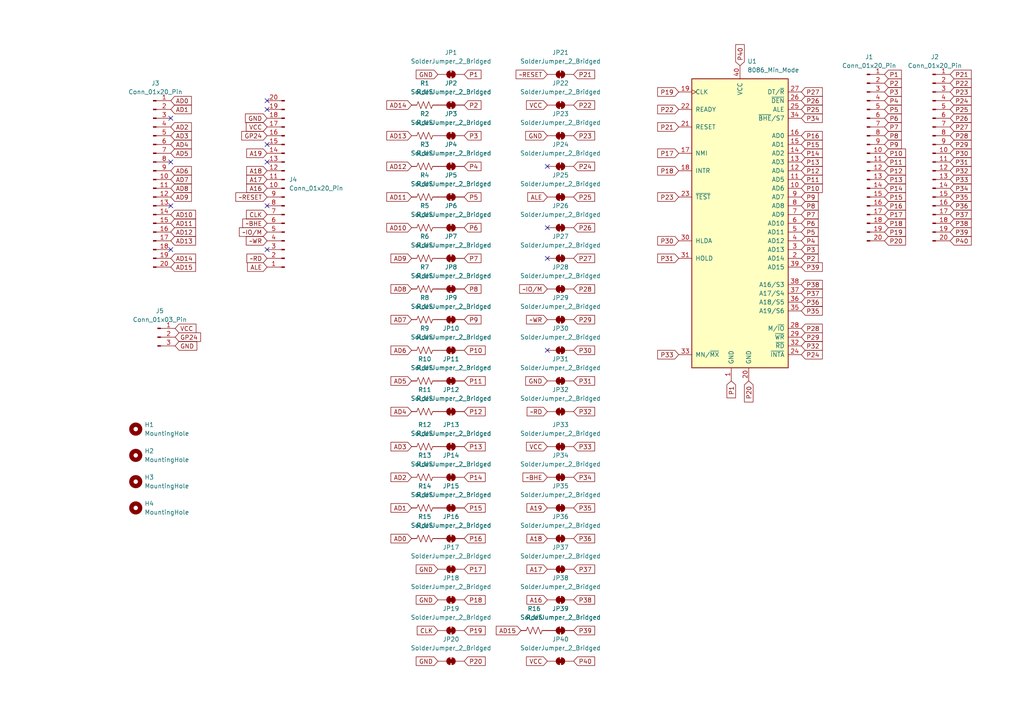
<source format=kicad_sch>
(kicad_sch (version 20250114) (generator "eeschema") (generator_version "9.0")
  (paper "A4")
  (lib_symbols
    (symbol "Connector:Conn_01x03_Pin" (pin_names (offset 1.016) (hide yes))
      (property "Reference" "J" (at 0 5.08 0))
      (property "Value" "Conn_01x03_Pin" (at 0 -5.08 0))
      (symbol "Conn_01x03_Pin_1_1"
        (pin passive line (at 5.08 2.54 180) (length 3.81) (name "Pin_1") (number "1"))
        (pin passive line (at 5.08 0 180) (length 3.81) (name "Pin_2") (number "2"))
        (pin passive line (at 5.08 -2.54 180) (length 3.81) (name "Pin_3") (number "3"))
      )
    )
    (symbol "Connector:Conn_01x20_Pin" (pin_names (offset 1.016) (hide yes))
      (property "Reference" "J" (at 0 25.4 0))
      (property "Value" "Conn_01x20_Pin" (at 0 -27.94 0))
      (symbol "Conn_01x20_Pin_1_1"
        (pin passive line (at 5.08 22.86 180) (length 3.81) (name "Pin_1") (number "1"))
        (pin passive line (at 5.08 20.32 180) (length 3.81) (name "Pin_2") (number "2"))
        (pin passive line (at 5.08 17.78 180) (length 3.81) (name "Pin_3") (number "3"))
        (pin passive line (at 5.08 15.24 180) (length 3.81) (name "Pin_4") (number "4"))
        (pin passive line (at 5.08 12.7 180) (length 3.81) (name "Pin_5") (number "5"))
        (pin passive line (at 5.08 10.16 180) (length 3.81) (name "Pin_6") (number "6"))
        (pin passive line (at 5.08 7.62 180) (length 3.81) (name "Pin_7") (number "7"))
        (pin passive line (at 5.08 5.08 180) (length 3.81) (name "Pin_8") (number "8"))
        (pin passive line (at 5.08 2.54 180) (length 3.81) (name "Pin_9") (number "9"))
        (pin passive line (at 5.08 0 180) (length 3.81) (name "Pin_10") (number "10"))
        (pin passive line (at 5.08 -2.54 180) (length 3.81) (name "Pin_11") (number "11"))
        (pin passive line (at 5.08 -5.08 180) (length 3.81) (name "Pin_12") (number "12"))
        (pin passive line (at 5.08 -7.62 180) (length 3.81) (name "Pin_13") (number "13"))
        (pin passive line (at 5.08 -10.16 180) (length 3.81) (name "Pin_14") (number "14"))
        (pin passive line (at 5.08 -12.7 180) (length 3.81) (name "Pin_15") (number "15"))
        (pin passive line (at 5.08 -15.24 180) (length 3.81) (name "Pin_16") (number "16"))
        (pin passive line (at 5.08 -17.78 180) (length 3.81) (name "Pin_17") (number "17"))
        (pin passive line (at 5.08 -20.32 180) (length 3.81) (name "Pin_18") (number "18"))
        (pin passive line (at 5.08 -22.86 180) (length 3.81) (name "Pin_19") (number "19"))
        (pin passive line (at 5.08 -25.4 180) (length 3.81) (name "Pin_20") (number "20"))
      )
    )
    (symbol "Device:R_US" (pin_numbers (hide yes)) (pin_names (offset 0))
      (property "Reference" "R" (at 2.54 0 90))
      (property "Value" "R_US" (at -2.54 0 90))
      (symbol "R_US_1_1"
        (pin passive line (at 0 3.81 270) (length 1.27) (name "~") (number "1"))
        (pin passive line (at 0 -3.81 90) (length 1.27) (name "~") (number "2"))
      )
    )
    (symbol "Jumper:SolderJumper_2_Bridged" (pin_numbers (hide yes)) (pin_names (offset 0) (hide yes)) (in_bom no)
      (property "Reference" "JP" (at 0 2.032 0))
      (property "Value" "SolderJumper_2_Bridged" (at 0 -2.54 0))
      (symbol "SolderJumper_2_Bridged_1_1"
        (pin passive line (at -3.81 0 0) (length 2.54) (name "A") (number "1"))
        (pin passive line (at 3.81 0 180) (length 2.54) (name "B") (number "2"))
      )
    )
    (symbol "MCU_Intel:8086_Min_Mode" (pin_names (offset 1.016))
      (property "Reference" "U" (at -12.7 43.18 0))
      (property "Value" "8086_Min_Mode" (at 10.16 43.18 0))
      (symbol "8086_Min_Mode_1_1"
        (pin input clock (at -17.78 38.1 0) (length 3.81) (name "CLK") (number "19"))
        (pin input line (at -17.78 33.02 0) (length 3.81) (name "READY") (number "22"))
        (pin input line (at -17.78 27.94 0) (length 3.81) (name "RESET") (number "21"))
        (pin input line (at -17.78 20.32 0) (length 3.81) (name "NMI") (number "17"))
        (pin input line (at -17.78 15.24 0) (length 3.81) (name "INTR") (number "18"))
        (pin input line (at -17.78 7.62 0) (length 3.81) (name "~{TEST}") (number "23"))
        (pin output line (at -17.78 -5.08 0) (length 3.81) (name "HLDA") (number "30"))
        (pin input line (at -17.78 -10.16 0) (length 3.81) (name "HOLD") (number "31"))
        (pin input line (at -17.78 -38.1 0) (length 3.81) (name "MN/~{MX}") (number "33"))
        (pin power_in line (at -2.54 -45.72 90) (length 3.81) (name "GND") (number "1"))
        (pin power_in line (at 0 45.72 270) (length 3.81) (name "VCC") (number "40"))
        (pin power_in line (at 2.54 -45.72 90) (length 3.81) (name "GND") (number "20"))
        (pin output line (at 17.78 38.1 180) (length 3.81) (name "DT/~{R}") (number "27"))
        (pin output line (at 17.78 35.56 180) (length 3.81) (name "~{DEN}") (number "26"))
        (pin output line (at 17.78 33.02 180) (length 3.81) (name "ALE") (number "25"))
        (pin output line (at 17.78 30.48 180) (length 3.81) (name "~{BHE}/S7") (number "34"))
        (pin bidirectional line (at 17.78 25.4 180) (length 3.81) (name "AD0") (number "16"))
        (pin bidirectional line (at 17.78 22.86 180) (length 3.81) (name "AD1") (number "15"))
        (pin bidirectional line (at 17.78 20.32 180) (length 3.81) (name "AD2") (number "14"))
        (pin bidirectional line (at 17.78 17.78 180) (length 3.81) (name "AD3") (number "13"))
        (pin bidirectional line (at 17.78 15.24 180) (length 3.81) (name "AD4") (number "12"))
        (pin bidirectional line (at 17.78 12.7 180) (length 3.81) (name "AD5") (number "11"))
        (pin bidirectional line (at 17.78 10.16 180) (length 3.81) (name "AD6") (number "10"))
        (pin bidirectional line (at 17.78 7.62 180) (length 3.81) (name "AD7") (number "9"))
        (pin bidirectional line (at 17.78 5.08 180) (length 3.81) (name "AD8") (number "8"))
        (pin bidirectional line (at 17.78 2.54 180) (length 3.81) (name "AD9") (number "7"))
        (pin bidirectional line (at 17.78 0 180) (length 3.81) (name "AD10") (number "6"))
        (pin bidirectional line (at 17.78 -2.54 180) (length 3.81) (name "AD11") (number "5"))
        (pin bidirectional line (at 17.78 -5.08 180) (length 3.81) (name "AD12") (number "4"))
        (pin bidirectional line (at 17.78 -7.62 180) (length 3.81) (name "AD13") (number "3"))
        (pin bidirectional line (at 17.78 -10.16 180) (length 3.81) (name "AD14") (number "2"))
        (pin bidirectional line (at 17.78 -12.7 180) (length 3.81) (name "AD15") (number "39"))
        (pin output line (at 17.78 -17.78 180) (length 3.81) (name "A16/S3") (number "38"))
        (pin output line (at 17.78 -20.32 180) (length 3.81) (name "A17/S4") (number "37"))
        (pin output line (at 17.78 -22.86 180) (length 3.81) (name "A18/S5") (number "36"))
        (pin output line (at 17.78 -25.4 180) (length 3.81) (name "A19/S6") (number "35"))
        (pin output line (at 17.78 -30.48 180) (length 3.81) (name "M/~{IO}") (number "28"))
        (pin output line (at 17.78 -33.02 180) (length 3.81) (name "~{WR}") (number "29"))
        (pin output line (at 17.78 -35.56 180) (length 3.81) (name "~{RD}") (number "32"))
        (pin output line (at 17.78 -38.1 180) (length 3.81) (name "~{INTA}") (number "24"))
      )
    )
    (symbol "Mechanical:MountingHole" (pin_names (offset 1.016)) (in_bom no)
      (property "Reference" "H" (at 0 5.08 0))
      (property "Value" "MountingHole" (at 0 3.175 0))
    )
  )
  (no_connect (at 77.47 29.21))
  (no_connect (at 77.47 46.99))
  (no_connect (at 77.47 59.69))
  (no_connect (at 49.53 72.39))
  (no_connect (at 49.53 46.99))
  (no_connect (at 77.47 41.91))
  (no_connect (at 158.75 48.26))
  (no_connect (at 158.75 74.93))
  (no_connect (at 77.47 31.75))
  (no_connect (at 158.75 101.6))
  (no_connect (at 49.53 34.29))
  (no_connect (at 49.53 59.69))
  (no_connect (at 158.75 66.04))
  (no_connect (at 77.47 72.39))
  (global_label "A18" (shape input) (at 158.75 156.21 180) (property "Intersheetrefs" "${INTERSHEET_REFS}" (effects (hide yes))))
  (global_label "P15" (shape input) (at 256.54 57.15 0) (property "Intersheetrefs" "${INTERSHEET_REFS}" (effects (hide yes))))
  (global_label "P13" (shape input) (at 134.62 129.54 0) (property "Intersheetrefs" "${INTERSHEET_REFS}" (effects (hide yes))))
  (global_label "P24" (shape input) (at 166.37 48.26 0) (property "Intersheetrefs" "${INTERSHEET_REFS}" (effects (hide yes))))
  (global_label "AD10" (shape input) (at 49.53 62.23 0) (property "Intersheetrefs" "${INTERSHEET_REFS}" (effects (hide yes))))
  (global_label "VCC" (shape input) (at 158.75 129.54 180) (property "Intersheetrefs" "${INTERSHEET_REFS}" (effects (hide yes))))
  (global_label "P34" (shape input) (at 275.59 54.61 0) (property "Intersheetrefs" "${INTERSHEET_REFS}" (effects (hide yes))))
  (global_label "P34" (shape input) (at 232.41 34.29 0) (property "Intersheetrefs" "${INTERSHEET_REFS}" (effects (hide yes))))
  (global_label "P28" (shape input) (at 166.37 83.82 0) (property "Intersheetrefs" "${INTERSHEET_REFS}" (effects (hide yes))))
  (global_label "P27" (shape input) (at 275.59 36.83 0) (property "Intersheetrefs" "${INTERSHEET_REFS}" (effects (hide yes))))
  (global_label "P28" (shape input) (at 232.41 95.25 0) (property "Intersheetrefs" "${INTERSHEET_REFS}" (effects (hide yes))))
  (global_label "P33" (shape input) (at 275.59 52.07 0) (property "Intersheetrefs" "${INTERSHEET_REFS}" (effects (hide yes))))
  (global_label "P19" (shape input) (at 134.62 182.88 0) (property "Intersheetrefs" "${INTERSHEET_REFS}" (effects (hide yes))))
  (global_label "A19" (shape input) (at 158.75 147.32 180) (property "Intersheetrefs" "${INTERSHEET_REFS}" (effects (hide yes))))
  (global_label "P18" (shape input) (at 256.54 64.77 0) (property "Intersheetrefs" "${INTERSHEET_REFS}" (effects (hide yes))))
  (global_label "P14" (shape input) (at 256.54 54.61 0) (property "Intersheetrefs" "${INTERSHEET_REFS}" (effects (hide yes))))
  (global_label "P27" (shape input) (at 166.37 74.93 0) (property "Intersheetrefs" "${INTERSHEET_REFS}" (effects (hide yes))))
  (global_label "P38" (shape input) (at 275.59 64.77 0) (property "Intersheetrefs" "${INTERSHEET_REFS}" (effects (hide yes))))
  (global_label "AD5" (shape input) (at 49.53 44.45 0) (property "Intersheetrefs" "${INTERSHEET_REFS}" (effects (hide yes))))
  (global_label "AD8" (shape input) (at 119.38 83.82 180) (property "Intersheetrefs" "${INTERSHEET_REFS}" (effects (hide yes))))
  (global_label "A19" (shape input) (at 77.47 44.45 180) (property "Intersheetrefs" "${INTERSHEET_REFS}" (effects (hide yes))))
  (global_label "~RD" (shape input) (at 158.75 119.38 180) (property "Intersheetrefs" "${INTERSHEET_REFS}" (effects (hide yes))))
  (global_label "P22" (shape input) (at 166.37 30.48 0) (property "Intersheetrefs" "${INTERSHEET_REFS}" (effects (hide yes))))
  (global_label "AD7" (shape input) (at 49.53 52.07 0) (property "Intersheetrefs" "${INTERSHEET_REFS}" (effects (hide yes))))
  (global_label "~RESET" (shape input) (at 77.47 57.15 180) (property "Intersheetrefs" "${INTERSHEET_REFS}" (effects (hide yes))))
  (global_label "P29" (shape input) (at 166.37 92.71 0) (property "Intersheetrefs" "${INTERSHEET_REFS}" (effects (hide yes))))
  (global_label "P40" (shape input) (at 214.63 19.05 90) (property "Intersheetrefs" "${INTERSHEET_REFS}" (effects (hide yes))))
  (global_label "P12" (shape input) (at 134.62 119.38 0) (property "Intersheetrefs" "${INTERSHEET_REFS}" (effects (hide yes))))
  (global_label "P35" (shape input) (at 275.59 57.15 0) (property "Intersheetrefs" "${INTERSHEET_REFS}" (effects (hide yes))))
  (global_label "~IO{slash}M" (shape input) (at 158.75 83.82 180) (property "Intersheetrefs" "${INTERSHEET_REFS}" (effects (hide yes))))
  (global_label "P29" (shape input) (at 232.41 97.79 0) (property "Intersheetrefs" "${INTERSHEET_REFS}" (effects (hide yes))))
  (global_label "P39" (shape input) (at 232.41 77.47 0) (property "Intersheetrefs" "${INTERSHEET_REFS}" (effects (hide yes))))
  (global_label "P2" (shape input) (at 232.41 74.93 0) (property "Intersheetrefs" "${INTERSHEET_REFS}" (effects (hide yes))))
  (global_label "AD7" (shape input) (at 119.38 92.71 180) (property "Intersheetrefs" "${INTERSHEET_REFS}" (effects (hide yes))))
  (global_label "AD13" (shape input) (at 49.53 69.85 0) (property "Intersheetrefs" "${INTERSHEET_REFS}" (effects (hide yes))))
  (global_label "P31" (shape input) (at 166.37 110.49 0) (property "Intersheetrefs" "${INTERSHEET_REFS}" (effects (hide yes))))
  (global_label "AD2" (shape input) (at 49.53 36.83 0) (property "Intersheetrefs" "${INTERSHEET_REFS}" (effects (hide yes))))
  (global_label "P9" (shape input) (at 232.41 57.15 0) (property "Intersheetrefs" "${INTERSHEET_REFS}" (effects (hide yes))))
  (global_label "CLK" (shape input) (at 77.47 62.23 180) (property "Intersheetrefs" "${INTERSHEET_REFS}" (effects (hide yes))))
  (global_label "P20" (shape input) (at 217.17 110.49 270) (property "Intersheetrefs" "${INTERSHEET_REFS}" (effects (hide yes))))
  (global_label "AD14" (shape input) (at 119.38 30.48 180) (property "Intersheetrefs" "${INTERSHEET_REFS}" (effects (hide yes))))
  (global_label "P32" (shape input) (at 166.37 119.38 0) (property "Intersheetrefs" "${INTERSHEET_REFS}" (effects (hide yes))))
  (global_label "P36" (shape input) (at 166.37 156.21 0) (property "Intersheetrefs" "${INTERSHEET_REFS}" (effects (hide yes))))
  (global_label "P38" (shape input) (at 166.37 173.99 0) (property "Intersheetrefs" "${INTERSHEET_REFS}" (effects (hide yes))))
  (global_label "P8" (shape input) (at 232.41 59.69 0) (property "Intersheetrefs" "${INTERSHEET_REFS}" (effects (hide yes))))
  (global_label "ALE" (shape input) (at 77.47 77.47 180) (property "Intersheetrefs" "${INTERSHEET_REFS}" (effects (hide yes))))
  (global_label "P39" (shape input) (at 275.59 67.31 0) (property "Intersheetrefs" "${INTERSHEET_REFS}" (effects (hide yes))))
  (global_label "P5" (shape input) (at 134.62 57.15 0) (property "Intersheetrefs" "${INTERSHEET_REFS}" (effects (hide yes))))
  (global_label "AD10" (shape input) (at 119.38 66.04 180) (property "Intersheetrefs" "${INTERSHEET_REFS}" (effects (hide yes))))
  (global_label "P11" (shape input) (at 256.54 46.99 0) (property "Intersheetrefs" "${INTERSHEET_REFS}" (effects (hide yes))))
  (global_label "AD4" (shape input) (at 119.38 119.38 180) (property "Intersheetrefs" "${INTERSHEET_REFS}" (effects (hide yes))))
  (global_label "P13" (shape input) (at 232.41 46.99 0) (property "Intersheetrefs" "${INTERSHEET_REFS}" (effects (hide yes))))
  (global_label "P38" (shape input) (at 232.41 82.55 0) (property "Intersheetrefs" "${INTERSHEET_REFS}" (effects (hide yes))))
  (global_label "AD14" (shape input) (at 49.53 74.93 0) (property "Intersheetrefs" "${INTERSHEET_REFS}" (effects (hide yes))))
  (global_label "P13" (shape input) (at 256.54 52.07 0) (property "Intersheetrefs" "${INTERSHEET_REFS}" (effects (hide yes))))
  (global_label "P22" (shape input) (at 275.59 24.13 0) (property "Intersheetrefs" "${INTERSHEET_REFS}" (effects (hide yes))))
  (global_label "GND" (shape input) (at 127 165.1 180) (property "Intersheetrefs" "${INTERSHEET_REFS}" (effects (hide yes))))
  (global_label "AD1" (shape input) (at 119.38 147.32 180) (property "Intersheetrefs" "${INTERSHEET_REFS}" (effects (hide yes))))
  (global_label "P17" (shape input) (at 134.62 165.1 0) (property "Intersheetrefs" "${INTERSHEET_REFS}" (effects (hide yes))))
  (global_label "AD11" (shape input) (at 49.53 64.77 0) (property "Intersheetrefs" "${INTERSHEET_REFS}" (effects (hide yes))))
  (global_label "A16" (shape input) (at 158.75 173.99 180) (property "Intersheetrefs" "${INTERSHEET_REFS}" (effects (hide yes))))
  (global_label "P16" (shape input) (at 134.62 156.21 0) (property "Intersheetrefs" "${INTERSHEET_REFS}" (effects (hide yes))))
  (global_label "AD11" (shape input) (at 119.38 57.15 180) (property "Intersheetrefs" "${INTERSHEET_REFS}" (effects (hide yes))))
  (global_label "~IO{slash}M" (shape input) (at 77.47 67.31 180) (property "Intersheetrefs" "${INTERSHEET_REFS}" (effects (hide yes))))
  (global_label "P20" (shape input) (at 256.54 69.85 0) (property "Intersheetrefs" "${INTERSHEET_REFS}" (effects (hide yes))))
  (global_label "P1" (shape input) (at 256.54 21.59 0) (property "Intersheetrefs" "${INTERSHEET_REFS}" (effects (hide yes))))
  (global_label "P18" (shape input) (at 134.62 173.99 0) (property "Intersheetrefs" "${INTERSHEET_REFS}" (effects (hide yes))))
  (global_label "P26" (shape input) (at 275.59 34.29 0) (property "Intersheetrefs" "${INTERSHEET_REFS}" (effects (hide yes))))
  (global_label "P33" (shape input) (at 196.85 102.87 180) (property "Intersheetrefs" "${INTERSHEET_REFS}" (effects (hide yes))))
  (global_label "P7" (shape input) (at 256.54 36.83 0) (property "Intersheetrefs" "${INTERSHEET_REFS}" (effects (hide yes))))
  (global_label "P1" (shape input) (at 134.62 21.59 0) (property "Intersheetrefs" "${INTERSHEET_REFS}" (effects (hide yes))))
  (global_label "P28" (shape input) (at 275.59 39.37 0) (property "Intersheetrefs" "${INTERSHEET_REFS}" (effects (hide yes))))
  (global_label "P21" (shape input) (at 166.37 21.59 0) (property "Intersheetrefs" "${INTERSHEET_REFS}" (effects (hide yes))))
  (global_label "~WR" (shape input) (at 158.75 92.71 180) (property "Intersheetrefs" "${INTERSHEET_REFS}" (effects (hide yes))))
  (global_label "GND" (shape input) (at 158.75 110.49 180) (property "Intersheetrefs" "${INTERSHEET_REFS}" (effects (hide yes))))
  (global_label "P37" (shape input) (at 166.37 165.1 0) (property "Intersheetrefs" "${INTERSHEET_REFS}" (effects (hide yes))))
  (global_label "P36" (shape input) (at 232.41 87.63 0) (property "Intersheetrefs" "${INTERSHEET_REFS}" (effects (hide yes))))
  (global_label "P3" (shape input) (at 134.62 39.37 0) (property "Intersheetrefs" "${INTERSHEET_REFS}" (effects (hide yes))))
  (global_label "P34" (shape input) (at 166.37 138.43 0) (property "Intersheetrefs" "${INTERSHEET_REFS}" (effects (hide yes))))
  (global_label "P11" (shape input) (at 232.41 52.07 0) (property "Intersheetrefs" "${INTERSHEET_REFS}" (effects (hide yes))))
  (global_label "AD12" (shape input) (at 119.38 48.26 180) (property "Intersheetrefs" "${INTERSHEET_REFS}" (effects (hide yes))))
  (global_label "P2" (shape input) (at 134.62 30.48 0) (property "Intersheetrefs" "${INTERSHEET_REFS}" (effects (hide yes))))
  (global_label "P23" (shape input) (at 196.85 57.15 180) (property "Intersheetrefs" "${INTERSHEET_REFS}" (effects (hide yes))))
  (global_label "P32" (shape input) (at 232.41 100.33 0) (property "Intersheetrefs" "${INTERSHEET_REFS}" (effects (hide yes))))
  (global_label "~BHE" (shape input) (at 77.47 64.77 180) (property "Intersheetrefs" "${INTERSHEET_REFS}" (effects (hide yes))))
  (global_label "AD4" (shape input) (at 49.53 41.91 0) (property "Intersheetrefs" "${INTERSHEET_REFS}" (effects (hide yes))))
  (global_label "~RD" (shape input) (at 77.47 74.93 180) (property "Intersheetrefs" "${INTERSHEET_REFS}" (effects (hide yes))))
  (global_label "P12" (shape input) (at 256.54 49.53 0) (property "Intersheetrefs" "${INTERSHEET_REFS}" (effects (hide yes))))
  (global_label "P37" (shape input) (at 275.59 62.23 0) (property "Intersheetrefs" "${INTERSHEET_REFS}" (effects (hide yes))))
  (global_label "AD1" (shape input) (at 49.53 31.75 0) (property "Intersheetrefs" "${INTERSHEET_REFS}" (effects (hide yes))))
  (global_label "P8" (shape input) (at 134.62 83.82 0) (property "Intersheetrefs" "${INTERSHEET_REFS}" (effects (hide yes))))
  (global_label "CLK" (shape input) (at 127 182.88 180) (property "Intersheetrefs" "${INTERSHEET_REFS}" (effects (hide yes))))
  (global_label "P32" (shape input) (at 275.59 49.53 0) (property "Intersheetrefs" "${INTERSHEET_REFS}" (effects (hide yes))))
  (global_label "P6" (shape input) (at 232.41 64.77 0) (property "Intersheetrefs" "${INTERSHEET_REFS}" (effects (hide yes))))
  (global_label "P31" (shape input) (at 275.59 46.99 0) (property "Intersheetrefs" "${INTERSHEET_REFS}" (effects (hide yes))))
  (global_label "P7" (shape input) (at 134.62 74.93 0) (property "Intersheetrefs" "${INTERSHEET_REFS}" (effects (hide yes))))
  (global_label "A17" (shape input) (at 158.75 165.1 180) (property "Intersheetrefs" "${INTERSHEET_REFS}" (effects (hide yes))))
  (global_label "VCC" (shape input) (at 158.75 30.48 180) (property "Intersheetrefs" "${INTERSHEET_REFS}" (effects (hide yes))))
  (global_label "P6" (shape input) (at 134.62 66.04 0) (property "Intersheetrefs" "${INTERSHEET_REFS}" (effects (hide yes))))
  (global_label "GP24" (shape input) (at 50.8 97.79 0) (property "Intersheetrefs" "${INTERSHEET_REFS}" (effects (hide yes))))
  (global_label "P37" (shape input) (at 232.41 85.09 0) (property "Intersheetrefs" "${INTERSHEET_REFS}" (effects (hide yes))))
  (global_label "P24" (shape input) (at 275.59 29.21 0) (property "Intersheetrefs" "${INTERSHEET_REFS}" (effects (hide yes))))
  (global_label "P19" (shape input) (at 196.85 26.67 180) (property "Intersheetrefs" "${INTERSHEET_REFS}" (effects (hide yes))))
  (global_label "GP24" (shape input) (at 77.47 39.37 180) (property "Intersheetrefs" "${INTERSHEET_REFS}" (effects (hide yes))))
  (global_label "AD9" (shape input) (at 119.38 74.93 180) (property "Intersheetrefs" "${INTERSHEET_REFS}" (effects (hide yes))))
  (global_label "P18" (shape input) (at 196.85 49.53 180) (property "Intersheetrefs" "${INTERSHEET_REFS}" (effects (hide yes))))
  (global_label "GND" (shape input) (at 127 21.59 180) (property "Intersheetrefs" "${INTERSHEET_REFS}" (effects (hide yes))))
  (global_label "AD0" (shape input) (at 49.53 29.21 0) (property "Intersheetrefs" "${INTERSHEET_REFS}" (effects (hide yes))))
  (global_label "P4" (shape input) (at 134.62 48.26 0) (property "Intersheetrefs" "${INTERSHEET_REFS}" (effects (hide yes))))
  (global_label "P15" (shape input) (at 232.41 41.91 0) (property "Intersheetrefs" "${INTERSHEET_REFS}" (effects (hide yes))))
  (global_label "P39" (shape input) (at 166.37 182.88 0) (property "Intersheetrefs" "${INTERSHEET_REFS}" (effects (hide yes))))
  (global_label "P25" (shape input) (at 275.59 31.75 0) (property "Intersheetrefs" "${INTERSHEET_REFS}" (effects (hide yes))))
  (global_label "AD0" (shape input) (at 119.38 156.21 180) (property "Intersheetrefs" "${INTERSHEET_REFS}" (effects (hide yes))))
  (global_label "GND" (shape input) (at 50.8 100.33 0) (property "Intersheetrefs" "${INTERSHEET_REFS}" (effects (hide yes))))
  (global_label "P23" (shape input) (at 166.37 39.37 0) (property "Intersheetrefs" "${INTERSHEET_REFS}" (effects (hide yes))))
  (global_label "AD3" (shape input) (at 49.53 39.37 0) (property "Intersheetrefs" "${INTERSHEET_REFS}" (effects (hide yes))))
  (global_label "P4" (shape input) (at 232.41 69.85 0) (property "Intersheetrefs" "${INTERSHEET_REFS}" (effects (hide yes))))
  (global_label "A17" (shape input) (at 77.47 52.07 180) (property "Intersheetrefs" "${INTERSHEET_REFS}" (effects (hide yes))))
  (global_label "P6" (shape input) (at 256.54 34.29 0) (property "Intersheetrefs" "${INTERSHEET_REFS}" (effects (hide yes))))
  (global_label "P20" (shape input) (at 134.62 191.77 0) (property "Intersheetrefs" "${INTERSHEET_REFS}" (effects (hide yes))))
  (global_label "P17" (shape input) (at 196.85 44.45 180) (property "Intersheetrefs" "${INTERSHEET_REFS}" (effects (hide yes))))
  (global_label "P24" (shape input) (at 232.41 102.87 0) (property "Intersheetrefs" "${INTERSHEET_REFS}" (effects (hide yes))))
  (global_label "AD15" (shape input) (at 49.53 77.47 0) (property "Intersheetrefs" "${INTERSHEET_REFS}" (effects (hide yes))))
  (global_label "AD3" (shape input) (at 119.38 129.54 180) (property "Intersheetrefs" "${INTERSHEET_REFS}" (effects (hide yes))))
  (global_label "P21" (shape input) (at 196.85 36.83 180) (property "Intersheetrefs" "${INTERSHEET_REFS}" (effects (hide yes))))
  (global_label "GND" (shape input) (at 158.75 39.37 180) (property "Intersheetrefs" "${INTERSHEET_REFS}" (effects (hide yes))))
  (global_label "P33" (shape input) (at 166.37 129.54 0) (property "Intersheetrefs" "${INTERSHEET_REFS}" (effects (hide yes))))
  (global_label "AD8" (shape input) (at 49.53 54.61 0) (property "Intersheetrefs" "${INTERSHEET_REFS}" (effects (hide yes))))
  (global_label "P31" (shape input) (at 196.85 74.93 180) (property "Intersheetrefs" "${INTERSHEET_REFS}" (effects (hide yes))))
  (global_label "P35" (shape input) (at 166.37 147.32 0) (property "Intersheetrefs" "${INTERSHEET_REFS}" (effects (hide yes))))
  (global_label "P11" (shape input) (at 134.62 110.49 0) (property "Intersheetrefs" "${INTERSHEET_REFS}" (effects (hide yes))))
  (global_label "VCC" (shape input) (at 50.8 95.25 0) (property "Intersheetrefs" "${INTERSHEET_REFS}" (effects (hide yes))))
  (global_label "P35" (shape input) (at 232.41 90.17 0) (property "Intersheetrefs" "${INTERSHEET_REFS}" (effects (hide yes))))
  (global_label "P3" (shape input) (at 232.41 72.39 0) (property "Intersheetrefs" "${INTERSHEET_REFS}" (effects (hide yes))))
  (global_label "AD15" (shape input) (at 151.13 182.88 180) (property "Intersheetrefs" "${INTERSHEET_REFS}" (effects (hide yes))))
  (global_label "AD5" (shape input) (at 119.38 110.49 180) (property "Intersheetrefs" "${INTERSHEET_REFS}" (effects (hide yes))))
  (global_label "P40" (shape input) (at 166.37 191.77 0) (property "Intersheetrefs" "${INTERSHEET_REFS}" (effects (hide yes))))
  (global_label "P9" (shape input) (at 256.54 41.91 0) (property "Intersheetrefs" "${INTERSHEET_REFS}" (effects (hide yes))))
  (global_label "P29" (shape input) (at 275.59 41.91 0) (property "Intersheetrefs" "${INTERSHEET_REFS}" (effects (hide yes))))
  (global_label "~WR" (shape input) (at 77.47 69.85 180) (property "Intersheetrefs" "${INTERSHEET_REFS}" (effects (hide yes))))
  (global_label "P16" (shape input) (at 256.54 59.69 0) (property "Intersheetrefs" "${INTERSHEET_REFS}" (effects (hide yes))))
  (global_label "GND" (shape input) (at 77.47 34.29 180) (property "Intersheetrefs" "${INTERSHEET_REFS}" (effects (hide yes))))
  (global_label "P9" (shape input) (at 134.62 92.71 0) (property "Intersheetrefs" "${INTERSHEET_REFS}" (effects (hide yes))))
  (global_label "P10" (shape input) (at 232.41 54.61 0) (property "Intersheetrefs" "${INTERSHEET_REFS}" (effects (hide yes))))
  (global_label "P30" (shape input) (at 275.59 44.45 0) (property "Intersheetrefs" "${INTERSHEET_REFS}" (effects (hide yes))))
  (global_label "GND" (shape input) (at 127 173.99 180) (property "Intersheetrefs" "${INTERSHEET_REFS}" (effects (hide yes))))
  (global_label "P27" (shape input) (at 232.41 26.67 0) (property "Intersheetrefs" "${INTERSHEET_REFS}" (effects (hide yes))))
  (global_label "A16" (shape input) (at 77.47 54.61 180) (property "Intersheetrefs" "${INTERSHEET_REFS}" (effects (hide yes))))
  (global_label "P21" (shape input) (at 275.59 21.59 0) (property "Intersheetrefs" "${INTERSHEET_REFS}" (effects (hide yes))))
  (global_label "P25" (shape input) (at 232.41 31.75 0) (property "Intersheetrefs" "${INTERSHEET_REFS}" (effects (hide yes))))
  (global_label "P26" (shape input) (at 166.37 66.04 0) (property "Intersheetrefs" "${INTERSHEET_REFS}" (effects (hide yes))))
  (global_label "P10" (shape input) (at 134.62 101.6 0) (property "Intersheetrefs" "${INTERSHEET_REFS}" (effects (hide yes))))
  (global_label "P4" (shape input) (at 256.54 29.21 0) (property "Intersheetrefs" "${INTERSHEET_REFS}" (effects (hide yes))))
  (global_label "AD9" (shape input) (at 49.53 57.15 0) (property "Intersheetrefs" "${INTERSHEET_REFS}" (effects (hide yes))))
  (global_label "P30" (shape input) (at 196.85 69.85 180) (property "Intersheetrefs" "${INTERSHEET_REFS}" (effects (hide yes))))
  (global_label "P5" (shape input) (at 256.54 31.75 0) (property "Intersheetrefs" "${INTERSHEET_REFS}" (effects (hide yes))))
  (global_label "P19" (shape input) (at 256.54 67.31 0) (property "Intersheetrefs" "${INTERSHEET_REFS}" (effects (hide yes))))
  (global_label "P30" (shape input) (at 166.37 101.6 0) (property "Intersheetrefs" "${INTERSHEET_REFS}" (effects (hide yes))))
  (global_label "P15" (shape input) (at 134.62 147.32 0) (property "Intersheetrefs" "${INTERSHEET_REFS}" (effects (hide yes))))
  (global_label "AD2" (shape input) (at 119.38 138.43 180) (property "Intersheetrefs" "${INTERSHEET_REFS}" (effects (hide yes))))
  (global_label "P40" (shape input) (at 275.59 69.85 0) (property "Intersheetrefs" "${INTERSHEET_REFS}" (effects (hide yes))))
  (global_label "P1" (shape input) (at 212.09 110.49 270) (property "Intersheetrefs" "${INTERSHEET_REFS}" (effects (hide yes))))
  (global_label "P25" (shape input) (at 166.37 57.15 0) (property "Intersheetrefs" "${INTERSHEET_REFS}" (effects (hide yes))))
  (global_label "P8" (shape input) (at 256.54 39.37 0) (property "Intersheetrefs" "${INTERSHEET_REFS}" (effects (hide yes))))
  (global_label "P22" (shape input) (at 196.85 31.75 180) (property "Intersheetrefs" "${INTERSHEET_REFS}" (effects (hide yes))))
  (global_label "P14" (shape input) (at 232.41 44.45 0) (property "Intersheetrefs" "${INTERSHEET_REFS}" (effects (hide yes))))
  (global_label "P23" (shape input) (at 275.59 26.67 0) (property "Intersheetrefs" "${INTERSHEET_REFS}" (effects (hide yes))))
  (global_label "P12" (shape input) (at 232.41 49.53 0) (property "Intersheetrefs" "${INTERSHEET_REFS}" (effects (hide yes))))
  (global_label "VCC" (shape input) (at 77.47 36.83 180) (property "Intersheetrefs" "${INTERSHEET_REFS}" (effects (hide yes))))
  (global_label "GND" (shape input) (at 127 191.77 180) (property "Intersheetrefs" "${INTERSHEET_REFS}" (effects (hide yes))))
  (global_label "VCC" (shape input) (at 158.75 191.77 180) (property "Intersheetrefs" "${INTERSHEET_REFS}" (effects (hide yes))))
  (global_label "AD13" (shape input) (at 119.38 39.37 180) (property "Intersheetrefs" "${INTERSHEET_REFS}" (effects (hide yes))))
  (global_label "AD6" (shape input) (at 119.38 101.6 180) (property "Intersheetrefs" "${INTERSHEET_REFS}" (effects (hide yes))))
  (global_label "P2" (shape input) (at 256.54 24.13 0) (property "Intersheetrefs" "${INTERSHEET_REFS}" (effects (hide yes))))
  (global_label "AD12" (shape input) (at 49.53 67.31 0) (property "Intersheetrefs" "${INTERSHEET_REFS}" (effects (hide yes))))
  (global_label "P36" (shape input) (at 275.59 59.69 0) (property "Intersheetrefs" "${INTERSHEET_REFS}" (effects (hide yes))))
  (global_label "P14" (shape input) (at 134.62 138.43 0) (property "Intersheetrefs" "${INTERSHEET_REFS}" (effects (hide yes))))
  (global_label "~BHE" (shape input) (at 158.75 138.43 180) (property "Intersheetrefs" "${INTERSHEET_REFS}" (effects (hide yes))))
  (global_label "P16" (shape input) (at 232.41 39.37 0) (property "Intersheetrefs" "${INTERSHEET_REFS}" (effects (hide yes))))
  (global_label "P7" (shape input) (at 232.41 62.23 0) (property "Intersheetrefs" "${INTERSHEET_REFS}" (effects (hide yes))))
  (global_label "AD6" (shape input) (at 49.53 49.53 0) (property "Intersheetrefs" "${INTERSHEET_REFS}" (effects (hide yes))))
  (global_label "P5" (shape input) (at 232.41 67.31 0) (property "Intersheetrefs" "${INTERSHEET_REFS}" (effects (hide yes))))
  (global_label "ALE" (shape input) (at 158.75 57.15 180) (property "Intersheetrefs" "${INTERSHEET_REFS}" (effects (hide yes))))
  (global_label "P10" (shape input) (at 256.54 44.45 0) (property "Intersheetrefs" "${INTERSHEET_REFS}" (effects (hide yes))))
  (global_label "~RESET" (shape input) (at 158.75 21.59 180) (property "Intersheetrefs" "${INTERSHEET_REFS}" (effects (hide yes))))
  (global_label "P3" (shape input) (at 256.54 26.67 0) (property "Intersheetrefs" "${INTERSHEET_REFS}" (effects (hide yes))))
  (global_label "P26" (shape input) (at 232.41 29.21 0) (property "Intersheetrefs" "${INTERSHEET_REFS}" (effects (hide yes))))
  (global_label "P17" (shape input) (at 256.54 62.23 0) (property "Intersheetrefs" "${INTERSHEET_REFS}" (effects (hide yes))))
  (global_label "A18" (shape input) (at 77.47 49.53 180) (property "Intersheetrefs" "${INTERSHEET_REFS}" (effects (hide yes))))
  (symbol (lib_id "Jumper:SolderJumper_2_Bridged") (at 162.56 119.38 0) (unit 1) (in_bom no)
    (property "Reference" "JP32" (at 162.56 113.03 0))
    (property "Value" "SolderJumper_2_Bridged" (at 162.56 115.57 0))
    (property "Footprint" "Jumper:SolderJumper-2_P1.3mm_Bridged_Pad1.0x1.5mm" (effects (hide yes)))
    (property "Description" "Solder Jumper, 2-pole, closed/bridged" (effects (hide yes)))
  )
  (symbol (lib_id "Jumper:SolderJumper_2_Bridged") (at 130.81 191.77 0) (unit 1) (in_bom no)
    (property "Reference" "JP20" (at 130.81 185.42 0))
    (property "Value" "SolderJumper_2_Bridged" (at 130.81 187.96 0))
    (property "Footprint" "Jumper:SolderJumper-2_P1.3mm_Bridged_Pad1.0x1.5mm" (effects (hide yes)))
    (property "Description" "Solder Jumper, 2-pole, closed/bridged" (effects (hide yes)))
  )
  (symbol (lib_id "Jumper:SolderJumper_2_Bridged") (at 162.56 129.54 0) (unit 1) (in_bom no)
    (property "Reference" "JP33" (at 162.56 123.19 0))
    (property "Value" "SolderJumper_2_Bridged" (at 162.56 125.73 0))
    (property "Footprint" "Jumper:SolderJumper-2_P1.3mm_Bridged_Pad1.0x1.5mm" (effects (hide yes)))
    (property "Description" "Solder Jumper, 2-pole, closed/bridged" (effects (hide yes)))
  )
  (symbol (lib_id "Connector:Conn_01x20_Pin") (at 251.46 44.45 0) (unit 1)
    (property "Reference" "J1" (at 252.095 16.51 0))
    (property "Value" "Conn_01x20_Pin" (at 252.095 19.05 0))
    (property "Footprint" "Connector_PinHeader_2.54mm:PinHeader_1x20_P2.54mm_Vertical" (effects (hide yes)))
    (property "Description" "Generic connector, single row, 01x20, script generated" (effects (hide yes)))
  )
  (symbol (lib_id "Jumper:SolderJumper_2_Bridged") (at 130.81 39.37 0) (unit 1) (in_bom no)
    (property "Reference" "JP3" (at 130.81 33.02 0))
    (property "Value" "SolderJumper_2_Bridged" (at 130.81 35.56 0))
    (property "Footprint" "Jumper:SolderJumper-2_P1.3mm_Bridged_Pad1.0x1.5mm" (effects (hide yes)))
    (property "Description" "Solder Jumper, 2-pole, closed/bridged" (effects (hide yes)))
  )
  (symbol (lib_id "Jumper:SolderJumper_2_Bridged") (at 130.81 101.6 0) (unit 1) (in_bom no)
    (property "Reference" "JP10" (at 130.81 95.25 0))
    (property "Value" "SolderJumper_2_Bridged" (at 130.81 97.79 0))
    (property "Footprint" "Jumper:SolderJumper-2_P1.3mm_Bridged_Pad1.0x1.5mm" (effects (hide yes)))
    (property "Description" "Solder Jumper, 2-pole, closed/bridged" (effects (hide yes)))
  )
  (symbol (lib_id "Jumper:SolderJumper_2_Bridged") (at 162.56 39.37 0) (unit 1) (in_bom no)
    (property "Reference" "JP23" (at 162.56 33.02 0))
    (property "Value" "SolderJumper_2_Bridged" (at 162.56 35.56 0))
    (property "Footprint" "Jumper:SolderJumper-2_P1.3mm_Bridged_Pad1.0x1.5mm" (effects (hide yes)))
    (property "Description" "Solder Jumper, 2-pole, closed/bridged" (effects (hide yes)))
  )
  (symbol (lib_id "Device:R_US") (at 123.19 66.04 90) (unit 1)
    (property "Reference" "R5" (at 123.19 59.69 90))
    (property "Value" "R_US" (at 123.19 62.23 90))
    (property "Footprint" "Resistor_THT:R_Axial_DIN0207_L6.3mm_D2.5mm_P10.16mm_Horizontal" (effects (hide yes)))
    (property "Description" "Resistor, US symbol" (effects (hide yes)))
  )
  (symbol (lib_id "Device:R_US") (at 123.19 74.93 90) (unit 1)
    (property "Reference" "R6" (at 123.19 68.58 90))
    (property "Value" "R_US" (at 123.19 71.12 90))
    (property "Footprint" "Resistor_THT:R_Axial_DIN0207_L6.3mm_D2.5mm_P10.16mm_Horizontal" (effects (hide yes)))
    (property "Description" "Resistor, US symbol" (effects (hide yes)))
  )
  (symbol (lib_id "Jumper:SolderJumper_2_Bridged") (at 162.56 48.26 0) (unit 1) (in_bom no)
    (property "Reference" "JP24" (at 162.56 41.91 0))
    (property "Value" "SolderJumper_2_Bridged" (at 162.56 44.45 0))
    (property "Footprint" "Jumper:SolderJumper-2_P1.3mm_Bridged_Pad1.0x1.5mm" (effects (hide yes)))
    (property "Description" "Solder Jumper, 2-pole, closed/bridged" (effects (hide yes)))
  )
  (symbol (lib_id "Connector:Conn_01x03_Pin") (at 45.72 97.79 0) (unit 1)
    (property "Reference" "J5" (at 46.355 90.17 0))
    (property "Value" "Conn_01x03_Pin" (at 46.355 92.71 0))
    (property "Footprint" "Connector_PinHeader_2.54mm:PinHeader_1x03_P2.54mm_Vertical" (effects (hide yes)))
    (property "Description" "Generic connector, single row, 01x03, script generated" (effects (hide yes)))
  )
  (symbol (lib_id "Jumper:SolderJumper_2_Bridged") (at 162.56 182.88 0) (unit 1) (in_bom no)
    (property "Reference" "JP39" (at 162.56 176.53 0))
    (property "Value" "SolderJumper_2_Bridged" (at 162.56 179.07 0))
    (property "Footprint" "Jumper:SolderJumper-2_P1.3mm_Bridged_Pad1.0x1.5mm" (effects (hide yes)))
    (property "Description" "Solder Jumper, 2-pole, closed/bridged" (effects (hide yes)))
  )
  (symbol (lib_id "Device:R_US") (at 123.19 39.37 90) (unit 1)
    (property "Reference" "R2" (at 123.19 33.02 90))
    (property "Value" "R_US" (at 123.19 35.56 90))
    (property "Footprint" "Resistor_THT:R_Axial_DIN0207_L6.3mm_D2.5mm_P10.16mm_Horizontal" (effects (hide yes)))
    (property "Description" "Resistor, US symbol" (effects (hide yes)))
  )
  (symbol (lib_id "Device:R_US") (at 154.94 182.88 90) (unit 1)
    (property "Reference" "R16" (at 154.94 176.53 90))
    (property "Value" "R_US" (at 154.94 179.07 90))
    (property "Footprint" "Resistor_THT:R_Axial_DIN0207_L6.3mm_D2.5mm_P10.16mm_Horizontal" (effects (hide yes)))
    (property "Description" "Resistor, US symbol" (effects (hide yes)))
  )
  (symbol (lib_id "Jumper:SolderJumper_2_Bridged") (at 162.56 165.1 0) (unit 1) (in_bom no)
    (property "Reference" "JP37" (at 162.56 158.75 0))
    (property "Value" "SolderJumper_2_Bridged" (at 162.56 161.29 0))
    (property "Footprint" "Jumper:SolderJumper-2_P1.3mm_Bridged_Pad1.0x1.5mm" (effects (hide yes)))
    (property "Description" "Solder Jumper, 2-pole, closed/bridged" (effects (hide yes)))
  )
  (symbol (lib_id "Device:R_US") (at 123.19 147.32 90) (unit 1)
    (property "Reference" "R14" (at 123.19 140.97 90))
    (property "Value" "R_US" (at 123.19 143.51 90))
    (property "Footprint" "Resistor_THT:R_Axial_DIN0207_L6.3mm_D2.5mm_P10.16mm_Horizontal" (effects (hide yes)))
    (property "Description" "Resistor, US symbol" (effects (hide yes)))
  )
  (symbol (lib_id "Device:R_US") (at 123.19 101.6 90) (unit 1)
    (property "Reference" "R9" (at 123.19 95.25 90))
    (property "Value" "R_US" (at 123.19 97.79 90))
    (property "Footprint" "Resistor_THT:R_Axial_DIN0207_L6.3mm_D2.5mm_P10.16mm_Horizontal" (effects (hide yes)))
    (property "Description" "Resistor, US symbol" (effects (hide yes)))
  )
  (symbol (lib_id "Jumper:SolderJumper_2_Bridged") (at 130.81 92.71 0) (unit 1) (in_bom no)
    (property "Reference" "JP9" (at 130.81 86.36 0))
    (property "Value" "SolderJumper_2_Bridged" (at 130.81 88.9 0))
    (property "Footprint" "Jumper:SolderJumper-2_P1.3mm_Bridged_Pad1.0x1.5mm" (effects (hide yes)))
    (property "Description" "Solder Jumper, 2-pole, closed/bridged" (effects (hide yes)))
  )
  (symbol (lib_id "Jumper:SolderJumper_2_Bridged") (at 130.81 156.21 0) (unit 1) (in_bom no)
    (property "Reference" "JP16" (at 130.81 149.86 0))
    (property "Value" "SolderJumper_2_Bridged" (at 130.81 152.4 0))
    (property "Footprint" "Jumper:SolderJumper-2_P1.3mm_Bridged_Pad1.0x1.5mm" (effects (hide yes)))
    (property "Description" "Solder Jumper, 2-pole, closed/bridged" (effects (hide yes)))
  )
  (symbol (lib_id "Jumper:SolderJumper_2_Bridged") (at 162.56 138.43 0) (unit 1) (in_bom no)
    (property "Reference" "JP34" (at 162.56 132.08 0))
    (property "Value" "SolderJumper_2_Bridged" (at 162.56 134.62 0))
    (property "Footprint" "Jumper:SolderJumper-2_P1.3mm_Bridged_Pad1.0x1.5mm" (effects (hide yes)))
    (property "Description" "Solder Jumper, 2-pole, closed/bridged" (effects (hide yes)))
  )
  (symbol (lib_id "Device:R_US") (at 123.19 138.43 90) (unit 1)
    (property "Reference" "R13" (at 123.19 132.08 90))
    (property "Value" "R_US" (at 123.19 134.62 90))
    (property "Footprint" "Resistor_THT:R_Axial_DIN0207_L6.3mm_D2.5mm_P10.16mm_Horizontal" (effects (hide yes)))
    (property "Description" "Resistor, US symbol" (effects (hide yes)))
  )
  (symbol (lib_id "Jumper:SolderJumper_2_Bridged") (at 162.56 110.49 0) (unit 1) (in_bom no)
    (property "Reference" "JP31" (at 162.56 104.14 0))
    (property "Value" "SolderJumper_2_Bridged" (at 162.56 106.68 0))
    (property "Footprint" "Jumper:SolderJumper-2_P1.3mm_Bridged_Pad1.0x1.5mm" (effects (hide yes)))
    (property "Description" "Solder Jumper, 2-pole, closed/bridged" (effects (hide yes)))
  )
  (symbol (lib_id "Jumper:SolderJumper_2_Bridged") (at 162.56 30.48 0) (unit 1) (in_bom no)
    (property "Reference" "JP22" (at 162.56 24.13 0))
    (property "Value" "SolderJumper_2_Bridged" (at 162.56 26.67 0))
    (property "Footprint" "Jumper:SolderJumper-2_P1.3mm_Bridged_Pad1.0x1.5mm" (effects (hide yes)))
    (property "Description" "Solder Jumper, 2-pole, closed/bridged" (effects (hide yes)))
  )
  (symbol (lib_id "Jumper:SolderJumper_2_Bridged") (at 130.81 147.32 0) (unit 1) (in_bom no)
    (property "Reference" "JP15" (at 130.81 140.97 0))
    (property "Value" "SolderJumper_2_Bridged" (at 130.81 143.51 0))
    (property "Footprint" "Jumper:SolderJumper-2_P1.3mm_Bridged_Pad1.0x1.5mm" (effects (hide yes)))
    (property "Description" "Solder Jumper, 2-pole, closed/bridged" (effects (hide yes)))
  )
  (symbol (lib_id "MCU_Intel:8086_Min_Mode") (at 214.63 64.77 0) (unit 1)
    (property "Reference" "U1" (at 216.7733 17.78 0) (effects (justify left)))
    (property "Value" "8086_Min_Mode" (at 216.7733 20.32 0) (effects (justify left)))
    (property "Footprint" "Package_DIP:DIP-40_W15.24mm" (effects (hide yes)))
    (property "Datasheet" "http://datasheets.chipdb.org/Intel/x86/808x/datashts/8086/231455-006.pdf" (effects (hide yes)))
    (property "Description" "8086 (minimum mode), 16-Bit HMOS Microprocessor, PDIP-40" (effects (hide yes)))
  )
  (symbol (lib_id "Connector:Conn_01x20_Pin") (at 270.51 44.45 0) (unit 1)
    (property "Reference" "J2" (at 271.145 16.51 0))
    (property "Value" "Conn_01x20_Pin" (at 271.145 19.05 0))
    (property "Footprint" "Connector_PinHeader_2.54mm:PinHeader_1x20_P2.54mm_Vertical" (effects (hide yes)))
    (property "Description" "Generic connector, single row, 01x20, script generated" (effects (hide yes)))
  )
  (symbol (lib_id "Jumper:SolderJumper_2_Bridged") (at 162.56 74.93 0) (unit 1) (in_bom no)
    (property "Reference" "JP27" (at 162.56 68.58 0))
    (property "Value" "SolderJumper_2_Bridged" (at 162.56 71.12 0))
    (property "Footprint" "Jumper:SolderJumper-2_P1.3mm_Bridged_Pad1.0x1.5mm" (effects (hide yes)))
    (property "Description" "Solder Jumper, 2-pole, closed/bridged" (effects (hide yes)))
  )
  (symbol (lib_id "Device:R_US") (at 123.19 83.82 90) (unit 1)
    (property "Reference" "R7" (at 123.19 77.47 90))
    (property "Value" "R_US" (at 123.19 80.01 90))
    (property "Footprint" "Resistor_THT:R_Axial_DIN0207_L6.3mm_D2.5mm_P10.16mm_Horizontal" (effects (hide yes)))
    (property "Description" "Resistor, US symbol" (effects (hide yes)))
  )
  (symbol (lib_id "Mechanical:MountingHole") (at 39.37 147.32 0) (unit 1) (in_bom no)
    (property "Reference" "H4" (at 41.91 146.0499 0) (effects (justify left)))
    (property "Value" "MountingHole" (at 41.91 148.5899 0) (effects (justify left)))
    (property "Footprint" "MountingHole:MountingHole_3.2mm_M3" (effects (hide yes)))
    (property "Description" "Mounting Hole without connection" (effects (hide yes)))
  )
  (symbol (lib_id "Jumper:SolderJumper_2_Bridged") (at 130.81 57.15 0) (unit 1) (in_bom no)
    (property "Reference" "JP5" (at 130.81 50.8 0))
    (property "Value" "SolderJumper_2_Bridged" (at 130.81 53.34 0))
    (property "Footprint" "Jumper:SolderJumper-2_P1.3mm_Bridged_Pad1.0x1.5mm" (effects (hide yes)))
    (property "Description" "Solder Jumper, 2-pole, closed/bridged" (effects (hide yes)))
  )
  (symbol (lib_id "Jumper:SolderJumper_2_Bridged") (at 162.56 66.04 0) (unit 1) (in_bom no)
    (property "Reference" "JP26" (at 162.56 59.69 0))
    (property "Value" "SolderJumper_2_Bridged" (at 162.56 62.23 0))
    (property "Footprint" "Jumper:SolderJumper-2_P1.3mm_Bridged_Pad1.0x1.5mm" (effects (hide yes)))
    (property "Description" "Solder Jumper, 2-pole, closed/bridged" (effects (hide yes)))
  )
  (symbol (lib_id "Jumper:SolderJumper_2_Bridged") (at 130.81 30.48 0) (unit 1) (in_bom no)
    (property "Reference" "JP2" (at 130.81 24.13 0))
    (property "Value" "SolderJumper_2_Bridged" (at 130.81 26.67 0))
    (property "Footprint" "Jumper:SolderJumper-2_P1.3mm_Bridged_Pad1.0x1.5mm" (effects (hide yes)))
    (property "Description" "Solder Jumper, 2-pole, closed/bridged" (effects (hide yes)))
  )
  (symbol (lib_id "Jumper:SolderJumper_2_Bridged") (at 162.56 147.32 0) (unit 1) (in_bom no)
    (property "Reference" "JP35" (at 162.56 140.97 0))
    (property "Value" "SolderJumper_2_Bridged" (at 162.56 143.51 0))
    (property "Footprint" "Jumper:SolderJumper-2_P1.3mm_Bridged_Pad1.0x1.5mm" (effects (hide yes)))
    (property "Description" "Solder Jumper, 2-pole, closed/bridged" (effects (hide yes)))
  )
  (symbol (lib_id "Mechanical:MountingHole") (at 39.37 124.46 0) (unit 1) (in_bom no)
    (property "Reference" "H1" (at 41.91 123.1899 0) (effects (justify left)))
    (property "Value" "MountingHole" (at 41.91 125.7299 0) (effects (justify left)))
    (property "Footprint" "MountingHole:MountingHole_3.2mm_M3" (effects (hide yes)))
    (property "Description" "Mounting Hole without connection" (effects (hide yes)))
  )
  (symbol (lib_id "Device:R_US") (at 123.19 110.49 90) (unit 1)
    (property "Reference" "R10" (at 123.19 104.14 90))
    (property "Value" "R_US" (at 123.19 106.68 90))
    (property "Footprint" "Resistor_THT:R_Axial_DIN0207_L6.3mm_D2.5mm_P10.16mm_Horizontal" (effects (hide yes)))
    (property "Description" "Resistor, US symbol" (effects (hide yes)))
  )
  (symbol (lib_id "Jumper:SolderJumper_2_Bridged") (at 162.56 21.59 0) (unit 1) (in_bom no)
    (property "Reference" "JP21" (at 162.56 15.24 0))
    (property "Value" "SolderJumper_2_Bridged" (at 162.56 17.78 0))
    (property "Footprint" "Jumper:SolderJumper-2_P1.3mm_Bridged_Pad1.0x1.5mm" (effects (hide yes)))
    (property "Description" "Solder Jumper, 2-pole, closed/bridged" (effects (hide yes)))
  )
  (symbol (lib_id "Jumper:SolderJumper_2_Bridged") (at 162.56 83.82 0) (unit 1) (in_bom no)
    (property "Reference" "JP28" (at 162.56 77.47 0))
    (property "Value" "SolderJumper_2_Bridged" (at 162.56 80.01 0))
    (property "Footprint" "Jumper:SolderJumper-2_P1.3mm_Bridged_Pad1.0x1.5mm" (effects (hide yes)))
    (property "Description" "Solder Jumper, 2-pole, closed/bridged" (effects (hide yes)))
  )
  (symbol (lib_id "Jumper:SolderJumper_2_Bridged") (at 130.81 129.54 0) (unit 1) (in_bom no)
    (property "Reference" "JP13" (at 130.81 123.19 0))
    (property "Value" "SolderJumper_2_Bridged" (at 130.81 125.73 0))
    (property "Footprint" "Jumper:SolderJumper-2_P1.3mm_Bridged_Pad1.0x1.5mm" (effects (hide yes)))
    (property "Description" "Solder Jumper, 2-pole, closed/bridged" (effects (hide yes)))
  )
  (symbol (lib_id "Jumper:SolderJumper_2_Bridged") (at 162.56 101.6 0) (unit 1) (in_bom no)
    (property "Reference" "JP30" (at 162.56 95.25 0))
    (property "Value" "SolderJumper_2_Bridged" (at 162.56 97.79 0))
    (property "Footprint" "Jumper:SolderJumper-2_P1.3mm_Bridged_Pad1.0x1.5mm" (effects (hide yes)))
    (property "Description" "Solder Jumper, 2-pole, closed/bridged" (effects (hide yes)))
  )
  (symbol (lib_id "Jumper:SolderJumper_2_Bridged") (at 162.56 173.99 0) (unit 1) (in_bom no)
    (property "Reference" "JP38" (at 162.56 167.64 0))
    (property "Value" "SolderJumper_2_Bridged" (at 162.56 170.18 0))
    (property "Footprint" "Jumper:SolderJumper-2_P1.3mm_Bridged_Pad1.0x1.5mm" (effects (hide yes)))
    (property "Description" "Solder Jumper, 2-pole, closed/bridged" (effects (hide yes)))
  )
  (symbol (lib_id "Jumper:SolderJumper_2_Bridged") (at 130.81 165.1 0) (unit 1) (in_bom no)
    (property "Reference" "JP17" (at 130.81 158.75 0))
    (property "Value" "SolderJumper_2_Bridged" (at 130.81 161.29 0))
    (property "Footprint" "Jumper:SolderJumper-2_P1.3mm_Bridged_Pad1.0x1.5mm" (effects (hide yes)))
    (property "Description" "Solder Jumper, 2-pole, closed/bridged" (effects (hide yes)))
  )
  (symbol (lib_id "Jumper:SolderJumper_2_Bridged") (at 162.56 191.77 0) (unit 1) (in_bom no)
    (property "Reference" "JP40" (at 162.56 185.42 0))
    (property "Value" "SolderJumper_2_Bridged" (at 162.56 187.96 0))
    (property "Footprint" "Jumper:SolderJumper-2_P1.3mm_Bridged_Pad1.0x1.5mm" (effects (hide yes)))
    (property "Description" "Solder Jumper, 2-pole, closed/bridged" (effects (hide yes)))
  )
  (symbol (lib_id "Jumper:SolderJumper_2_Bridged") (at 130.81 138.43 0) (unit 1) (in_bom no)
    (property "Reference" "JP14" (at 130.81 132.08 0))
    (property "Value" "SolderJumper_2_Bridged" (at 130.81 134.62 0))
    (property "Footprint" "Jumper:SolderJumper-2_P1.3mm_Bridged_Pad1.0x1.5mm" (effects (hide yes)))
    (property "Description" "Solder Jumper, 2-pole, closed/bridged" (effects (hide yes)))
  )
  (symbol (lib_id "Jumper:SolderJumper_2_Bridged") (at 162.56 92.71 0) (unit 1) (in_bom no)
    (property "Reference" "JP29" (at 162.56 86.36 0))
    (property "Value" "SolderJumper_2_Bridged" (at 162.56 88.9 0))
    (property "Footprint" "Jumper:SolderJumper-2_P1.3mm_Bridged_Pad1.0x1.5mm" (effects (hide yes)))
    (property "Description" "Solder Jumper, 2-pole, closed/bridged" (effects (hide yes)))
  )
  (symbol (lib_id "Jumper:SolderJumper_2_Bridged") (at 130.81 119.38 0) (unit 1) (in_bom no)
    (property "Reference" "JP12" (at 130.81 113.03 0))
    (property "Value" "SolderJumper_2_Bridged" (at 130.81 115.57 0))
    (property "Footprint" "Jumper:SolderJumper-2_P1.3mm_Bridged_Pad1.0x1.5mm" (effects (hide yes)))
    (property "Description" "Solder Jumper, 2-pole, closed/bridged" (effects (hide yes)))
  )
  (symbol (lib_id "Device:R_US") (at 123.19 129.54 90) (unit 1)
    (property "Reference" "R12" (at 123.19 123.19 90))
    (property "Value" "R_US" (at 123.19 125.73 90))
    (property "Footprint" "Resistor_THT:R_Axial_DIN0207_L6.3mm_D2.5mm_P10.16mm_Horizontal" (effects (hide yes)))
    (property "Description" "Resistor, US symbol" (effects (hide yes)))
  )
  (symbol (lib_id "Device:R_US") (at 123.19 119.38 90) (unit 1)
    (property "Reference" "R11" (at 123.19 113.03 90))
    (property "Value" "R_US" (at 123.19 115.57 90))
    (property "Footprint" "Resistor_THT:R_Axial_DIN0207_L6.3mm_D2.5mm_P10.16mm_Horizontal" (effects (hide yes)))
    (property "Description" "Resistor, US symbol" (effects (hide yes)))
  )
  (symbol (lib_id "Jumper:SolderJumper_2_Bridged") (at 130.81 83.82 0) (unit 1) (in_bom no)
    (property "Reference" "JP8" (at 130.81 77.47 0))
    (property "Value" "SolderJumper_2_Bridged" (at 130.81 80.01 0))
    (property "Footprint" "Jumper:SolderJumper-2_P1.3mm_Bridged_Pad1.0x1.5mm" (effects (hide yes)))
    (property "Description" "Solder Jumper, 2-pole, closed/bridged" (effects (hide yes)))
  )
  (symbol (lib_id "Jumper:SolderJumper_2_Bridged") (at 130.81 21.59 0) (unit 1) (in_bom no)
    (property "Reference" "JP1" (at 130.81 15.24 0))
    (property "Value" "SolderJumper_2_Bridged" (at 130.81 17.78 0))
    (property "Footprint" "Jumper:SolderJumper-2_P1.3mm_Bridged_Pad1.0x1.5mm" (effects (hide yes)))
    (property "Description" "Solder Jumper, 2-pole, closed/bridged" (effects (hide yes)))
  )
  (symbol (lib_id "Device:R_US") (at 123.19 30.48 90) (unit 1)
    (property "Reference" "R1" (at 123.19 24.13 90))
    (property "Value" "R_US" (at 123.19 26.67 90))
    (property "Footprint" "Resistor_THT:R_Axial_DIN0207_L6.3mm_D2.5mm_P10.16mm_Horizontal" (effects (hide yes)))
    (property "Description" "Resistor, US symbol" (effects (hide yes)))
  )
  (symbol (lib_id "Connector:Conn_01x20_Pin") (at 82.55 54.61 180) (unit 1)
    (property "Reference" "J4" (at 83.82 52.0699 0) (effects (justify right)))
    (property "Value" "Conn_01x20_Pin" (at 83.82 54.6099 0) (effects (justify right)))
    (property "Footprint" "Connector_PinHeader_2.54mm:PinHeader_1x20_P2.54mm_Vertical" (effects (hide yes)))
    (property "Description" "Generic connector, single row, 01x20, script generated" (effects (hide yes)))
  )
  (symbol (lib_id "Device:R_US") (at 123.19 57.15 90) (unit 1)
    (property "Reference" "R4" (at 123.19 50.8 90))
    (property "Value" "R_US" (at 123.19 53.34 90))
    (property "Footprint" "Resistor_THT:R_Axial_DIN0207_L6.3mm_D2.5mm_P10.16mm_Horizontal" (effects (hide yes)))
    (property "Description" "Resistor, US symbol" (effects (hide yes)))
  )
  (symbol (lib_id "Jumper:SolderJumper_2_Bridged") (at 130.81 173.99 0) (unit 1) (in_bom no)
    (property "Reference" "JP18" (at 130.81 167.64 0))
    (property "Value" "SolderJumper_2_Bridged" (at 130.81 170.18 0))
    (property "Footprint" "Jumper:SolderJumper-2_P1.3mm_Bridged_Pad1.0x1.5mm" (effects (hide yes)))
    (property "Description" "Solder Jumper, 2-pole, closed/bridged" (effects (hide yes)))
  )
  (symbol (lib_id "Jumper:SolderJumper_2_Bridged") (at 130.81 74.93 0) (unit 1) (in_bom no)
    (property "Reference" "JP7" (at 130.81 68.58 0))
    (property "Value" "SolderJumper_2_Bridged" (at 130.81 71.12 0))
    (property "Footprint" "Jumper:SolderJumper-2_P1.3mm_Bridged_Pad1.0x1.5mm" (effects (hide yes)))
    (property "Description" "Solder Jumper, 2-pole, closed/bridged" (effects (hide yes)))
  )
  (symbol (lib_id "Jumper:SolderJumper_2_Bridged") (at 130.81 110.49 0) (unit 1) (in_bom no)
    (property "Reference" "JP11" (at 130.81 104.14 0))
    (property "Value" "SolderJumper_2_Bridged" (at 130.81 106.68 0))
    (property "Footprint" "Jumper:SolderJumper-2_P1.3mm_Bridged_Pad1.0x1.5mm" (effects (hide yes)))
    (property "Description" "Solder Jumper, 2-pole, closed/bridged" (effects (hide yes)))
  )
  (symbol (lib_id "Jumper:SolderJumper_2_Bridged") (at 162.56 156.21 0) (unit 1) (in_bom no)
    (property "Reference" "JP36" (at 162.56 149.86 0))
    (property "Value" "SolderJumper_2_Bridged" (at 162.56 152.4 0))
    (property "Footprint" "Jumper:SolderJumper-2_P1.3mm_Bridged_Pad1.0x1.5mm" (effects (hide yes)))
    (property "Description" "Solder Jumper, 2-pole, closed/bridged" (effects (hide yes)))
  )
  (symbol (lib_id "Jumper:SolderJumper_2_Bridged") (at 130.81 48.26 0) (unit 1) (in_bom no)
    (property "Reference" "JP4" (at 130.81 41.91 0))
    (property "Value" "SolderJumper_2_Bridged" (at 130.81 44.45 0))
    (property "Footprint" "Jumper:SolderJumper-2_P1.3mm_Bridged_Pad1.0x1.5mm" (effects (hide yes)))
    (property "Description" "Solder Jumper, 2-pole, closed/bridged" (effects (hide yes)))
  )
  (symbol (lib_id "Connector:Conn_01x20_Pin") (at 44.45 52.07 0) (unit 1)
    (property "Reference" "J3" (at 45.085 24.13 0))
    (property "Value" "Conn_01x20_Pin" (at 45.085 26.67 0))
    (property "Footprint" "Connector_PinHeader_2.54mm:PinHeader_1x20_P2.54mm_Vertical" (effects (hide yes)))
    (property "Description" "Generic connector, single row, 01x20, script generated" (effects (hide yes)))
  )
  (symbol (lib_id "Mechanical:MountingHole") (at 39.37 139.7 0) (unit 1) (in_bom no)
    (property "Reference" "H3" (at 41.91 138.4299 0) (effects (justify left)))
    (property "Value" "MountingHole" (at 41.91 140.9699 0) (effects (justify left)))
    (property "Footprint" "MountingHole:MountingHole_3.2mm_M3" (effects (hide yes)))
    (property "Description" "Mounting Hole without connection" (effects (hide yes)))
  )
  (symbol (lib_id "Mechanical:MountingHole") (at 39.37 132.08 0) (unit 1) (in_bom no)
    (property "Reference" "H2" (at 41.91 130.8099 0) (effects (justify left)))
    (property "Value" "MountingHole" (at 41.91 133.3499 0) (effects (justify left)))
    (property "Footprint" "MountingHole:MountingHole_3.2mm_M3" (effects (hide yes)))
    (property "Description" "Mounting Hole without connection" (effects (hide yes)))
  )
  (symbol (lib_id "Device:R_US") (at 123.19 92.71 90) (unit 1)
    (property "Reference" "R8" (at 123.19 86.36 90))
    (property "Value" "R_US" (at 123.19 88.9 90))
    (property "Footprint" "Resistor_THT:R_Axial_DIN0207_L6.3mm_D2.5mm_P10.16mm_Horizontal" (effects (hide yes)))
    (property "Description" "Resistor, US symbol" (effects (hide yes)))
  )
  (symbol (lib_id "Jumper:SolderJumper_2_Bridged") (at 162.56 57.15 0) (unit 1) (in_bom no)
    (property "Reference" "JP25" (at 162.56 50.8 0))
    (property "Value" "SolderJumper_2_Bridged" (at 162.56 53.34 0))
    (property "Footprint" "Jumper:SolderJumper-2_P1.3mm_Bridged_Pad1.0x1.5mm" (effects (hide yes)))
    (property "Description" "Solder Jumper, 2-pole, closed/bridged" (effects (hide yes)))
  )
  (symbol (lib_id "Device:R_US") (at 123.19 48.26 90) (unit 1)
    (property "Reference" "R3" (at 123.19 41.91 90))
    (property "Value" "R_US" (at 123.19 44.45 90))
    (property "Footprint" "Resistor_THT:R_Axial_DIN0207_L6.3mm_D2.5mm_P10.16mm_Horizontal" (effects (hide yes)))
    (property "Description" "Resistor, US symbol" (effects (hide yes)))
  )
  (symbol (lib_id "Jumper:SolderJumper_2_Bridged") (at 130.81 182.88 0) (unit 1) (in_bom no)
    (property "Reference" "JP19" (at 130.81 176.53 0))
    (property "Value" "SolderJumper_2_Bridged" (at 130.81 179.07 0))
    (property "Footprint" "Jumper:SolderJumper-2_P1.3mm_Bridged_Pad1.0x1.5mm" (effects (hide yes)))
    (property "Description" "Solder Jumper, 2-pole, closed/bridged" (effects (hide yes)))
  )
  (symbol (lib_id "Device:R_US") (at 123.19 156.21 90) (unit 1)
    (property "Reference" "R15" (at 123.19 149.86 90))
    (property "Value" "R_US" (at 123.19 152.4 90))
    (property "Footprint" "Resistor_THT:R_Axial_DIN0207_L6.3mm_D2.5mm_P10.16mm_Horizontal" (effects (hide yes)))
    (property "Description" "Resistor, US symbol" (effects (hide yes)))
  )
  (symbol (lib_id "Jumper:SolderJumper_2_Bridged") (at 130.81 66.04 0) (unit 1) (in_bom no)
    (property "Reference" "JP6" (at 130.81 59.69 0))
    (property "Value" "SolderJumper_2_Bridged" (at 130.81 62.23 0))
    (property "Footprint" "Jumper:SolderJumper-2_P1.3mm_Bridged_Pad1.0x1.5mm" (effects (hide yes)))
    (property "Description" "Solder Jumper, 2-pole, closed/bridged" (effects (hide yes)))
  )
)
</source>
